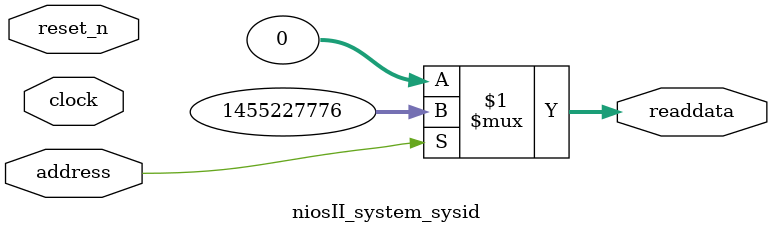
<source format=v>

`timescale 1ns / 1ps
// synthesis translate_on

// turn off superfluous verilog processor warnings 
// altera message_level Level1 
// altera message_off 10034 10035 10036 10037 10230 10240 10030 

module niosII_system_sysid (
               // inputs:
                address,
                clock,
                reset_n,

               // outputs:
                readdata
             )
;

  output  [ 31: 0] readdata;
  input            address;
  input            clock;
  input            reset_n;

  wire    [ 31: 0] readdata;
  //control_slave, which is an e_avalon_slave
  assign readdata = address ? 1455227776 : 0;

endmodule




</source>
